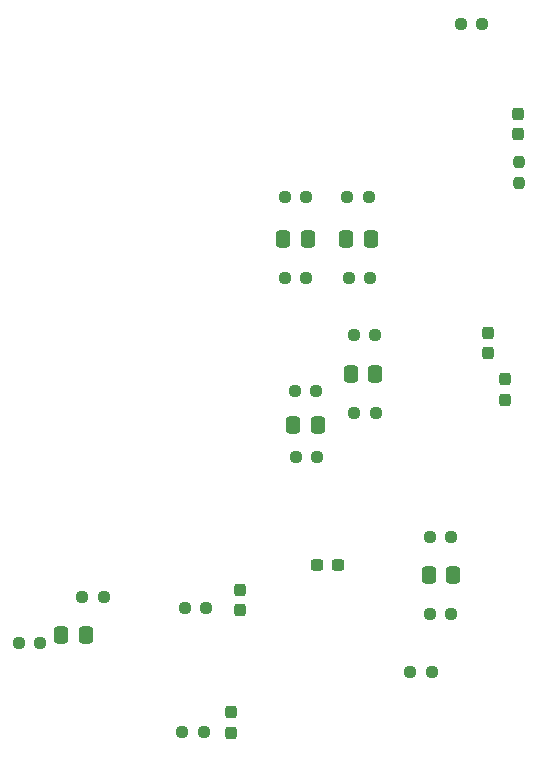
<source format=gbr>
%TF.GenerationSoftware,KiCad,Pcbnew,7.0.1*%
%TF.CreationDate,2023-05-22T07:14:15+09:00*%
%TF.ProjectId,THRControlModuleBoard,54485243-6f6e-4747-926f-6c4d6f64756c,rev?*%
%TF.SameCoordinates,Original*%
%TF.FileFunction,Paste,Bot*%
%TF.FilePolarity,Positive*%
%FSLAX46Y46*%
G04 Gerber Fmt 4.6, Leading zero omitted, Abs format (unit mm)*
G04 Created by KiCad (PCBNEW 7.0.1) date 2023-05-22 07:14:15*
%MOMM*%
%LPD*%
G01*
G04 APERTURE LIST*
G04 Aperture macros list*
%AMRoundRect*
0 Rectangle with rounded corners*
0 $1 Rounding radius*
0 $2 $3 $4 $5 $6 $7 $8 $9 X,Y pos of 4 corners*
0 Add a 4 corners polygon primitive as box body*
4,1,4,$2,$3,$4,$5,$6,$7,$8,$9,$2,$3,0*
0 Add four circle primitives for the rounded corners*
1,1,$1+$1,$2,$3*
1,1,$1+$1,$4,$5*
1,1,$1+$1,$6,$7*
1,1,$1+$1,$8,$9*
0 Add four rect primitives between the rounded corners*
20,1,$1+$1,$2,$3,$4,$5,0*
20,1,$1+$1,$4,$5,$6,$7,0*
20,1,$1+$1,$6,$7,$8,$9,0*
20,1,$1+$1,$8,$9,$2,$3,0*%
G04 Aperture macros list end*
%ADD10RoundRect,0.250000X0.337500X0.475000X-0.337500X0.475000X-0.337500X-0.475000X0.337500X-0.475000X0*%
%ADD11RoundRect,0.237500X-0.237500X0.250000X-0.237500X-0.250000X0.237500X-0.250000X0.237500X0.250000X0*%
%ADD12RoundRect,0.237500X0.237500X-0.300000X0.237500X0.300000X-0.237500X0.300000X-0.237500X-0.300000X0*%
%ADD13RoundRect,0.250000X-0.337500X-0.475000X0.337500X-0.475000X0.337500X0.475000X-0.337500X0.475000X0*%
%ADD14RoundRect,0.237500X-0.250000X-0.237500X0.250000X-0.237500X0.250000X0.237500X-0.250000X0.237500X0*%
%ADD15RoundRect,0.237500X0.250000X0.237500X-0.250000X0.237500X-0.250000X-0.237500X0.250000X-0.237500X0*%
%ADD16RoundRect,0.237500X-0.237500X0.300000X-0.237500X-0.300000X0.237500X-0.300000X0.237500X0.300000X0*%
%ADD17RoundRect,0.237500X0.300000X0.237500X-0.300000X0.237500X-0.300000X-0.237500X0.300000X-0.237500X0*%
G04 APERTURE END LIST*
D10*
%TO.C,C15*%
X143562500Y-104950000D03*
X145637500Y-104950000D03*
%TD*%
D11*
%TO.C,R9*%
X162650000Y-84462500D03*
X162650000Y-82637500D03*
%TD*%
D12*
%TO.C,C10*%
X161500000Y-101037500D03*
X161500000Y-102762500D03*
%TD*%
D13*
%TO.C,C13*%
X150487500Y-100600000D03*
X148412500Y-100600000D03*
%TD*%
D14*
%TO.C,R6*%
X155262500Y-125850000D03*
X153437500Y-125850000D03*
%TD*%
%TO.C,R18*%
X144662500Y-92450000D03*
X142837500Y-92450000D03*
%TD*%
D15*
%TO.C,R20*%
X148137500Y-85650000D03*
X149962500Y-85650000D03*
%TD*%
%TO.C,R16*%
X143737500Y-107650000D03*
X145562500Y-107650000D03*
%TD*%
D14*
%TO.C,R22*%
X127512500Y-119450000D03*
X125687500Y-119450000D03*
%TD*%
%TO.C,R12*%
X156912500Y-120900000D03*
X155087500Y-120900000D03*
%TD*%
%TO.C,R13*%
X155087500Y-114400000D03*
X156912500Y-114400000D03*
%TD*%
D12*
%TO.C,C9*%
X162550000Y-78587500D03*
X162550000Y-80312500D03*
%TD*%
%TO.C,C8*%
X139050000Y-118887500D03*
X139050000Y-120612500D03*
%TD*%
D16*
%TO.C,C11*%
X160000000Y-98862500D03*
X160000000Y-97137500D03*
%TD*%
D10*
%TO.C,C17*%
X142712500Y-89150000D03*
X144787500Y-89150000D03*
%TD*%
D14*
%TO.C,R10*%
X159562500Y-70950000D03*
X157737500Y-70950000D03*
%TD*%
D15*
%TO.C,R7*%
X134137500Y-130950000D03*
X135962500Y-130950000D03*
%TD*%
D14*
%TO.C,R15*%
X150062500Y-92450000D03*
X148237500Y-92450000D03*
%TD*%
%TO.C,R17*%
X122112500Y-123400000D03*
X120287500Y-123400000D03*
%TD*%
D10*
%TO.C,C14*%
X148012500Y-89150000D03*
X150087500Y-89150000D03*
%TD*%
D12*
%TO.C,C7*%
X138250000Y-129237500D03*
X138250000Y-130962500D03*
%TD*%
D14*
%TO.C,R14*%
X150512500Y-103900000D03*
X148687500Y-103900000D03*
%TD*%
D10*
%TO.C,C12*%
X155012500Y-117650000D03*
X157087500Y-117650000D03*
%TD*%
D13*
%TO.C,C16*%
X125987500Y-122700000D03*
X123912500Y-122700000D03*
%TD*%
D14*
%TO.C,R19*%
X150477500Y-97300000D03*
X148652500Y-97300000D03*
%TD*%
D17*
%TO.C,C6*%
X145587500Y-116800000D03*
X147312500Y-116800000D03*
%TD*%
D15*
%TO.C,R23*%
X142837500Y-85650000D03*
X144662500Y-85650000D03*
%TD*%
%TO.C,R21*%
X143687500Y-102050000D03*
X145512500Y-102050000D03*
%TD*%
%TO.C,R8*%
X134337500Y-120450000D03*
X136162500Y-120450000D03*
%TD*%
M02*

</source>
